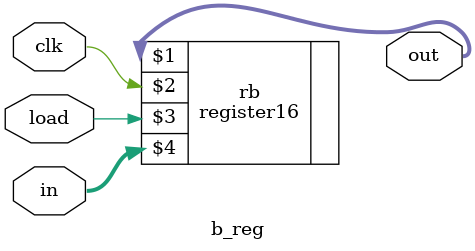
<source format=v>
`timescale 1ns / 1ps

module b_reg(out, clk, load, in);
input clk, load;
input [15:0] in;
output [15:0] out;
register16 rb(out, clk, load, in);
endmodule
</source>
